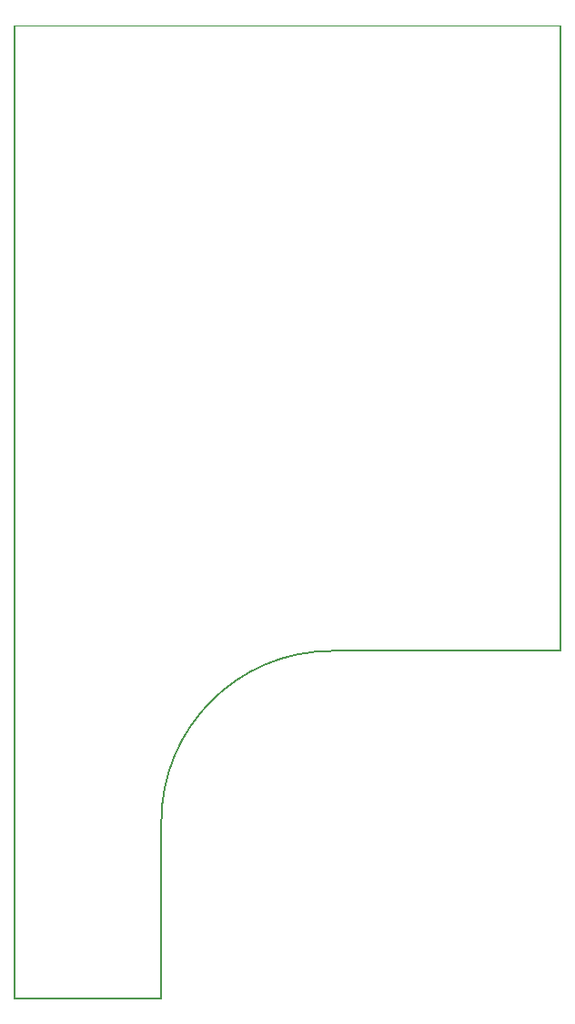
<source format=gbr>
%TF.GenerationSoftware,KiCad,Pcbnew,(6.0.9)*%
%TF.CreationDate,2023-01-06T21:34:32-09:00*%
%TF.ProjectId,OBOGS PANEL,4f424f47-5320-4504-914e-454c2e6b6963,rev?*%
%TF.SameCoordinates,Original*%
%TF.FileFunction,Profile,NP*%
%FSLAX46Y46*%
G04 Gerber Fmt 4.6, Leading zero omitted, Abs format (unit mm)*
G04 Created by KiCad (PCBNEW (6.0.9)) date 2023-01-06 21:34:32*
%MOMM*%
%LPD*%
G01*
G04 APERTURE LIST*
%TA.AperFunction,Profile*%
%ADD10C,0.050000*%
%TD*%
%TA.AperFunction,Profile*%
%ADD11C,0.200000*%
%TD*%
G04 APERTURE END LIST*
D10*
X209448400Y-40894000D02*
X209448400Y-40894001D01*
X209448400Y-40894000D02*
X158648401Y-40894001D01*
D11*
X188163200Y-99009200D02*
X209448400Y-99009200D01*
X158648401Y-131318000D02*
X172262800Y-131318000D01*
X158648401Y-40894001D02*
X158648401Y-131318000D01*
X188163200Y-99009199D02*
G75*
G03*
X172288199Y-114884199I0J-15875001D01*
G01*
X172262800Y-131318000D02*
X172288199Y-114884199D01*
X209448400Y-99009200D02*
X209448400Y-40894001D01*
M02*

</source>
